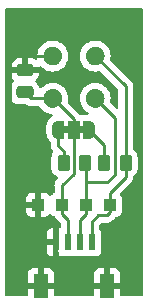
<source format=gbr>
G04 #@! TF.GenerationSoftware,KiCad,Pcbnew,(6.0.7)*
G04 #@! TF.CreationDate,2023-01-17T09:38:14-08:00*
G04 #@! TF.ProjectId,mlx90614-breakout,6d6c7839-3036-4313-942d-627265616b6f,rev?*
G04 #@! TF.SameCoordinates,Original*
G04 #@! TF.FileFunction,Copper,L1,Top*
G04 #@! TF.FilePolarity,Positive*
%FSLAX46Y46*%
G04 Gerber Fmt 4.6, Leading zero omitted, Abs format (unit mm)*
G04 Created by KiCad (PCBNEW (6.0.7)) date 2023-01-17 09:38:14*
%MOMM*%
%LPD*%
G01*
G04 APERTURE LIST*
G04 Aperture macros list*
%AMRoundRect*
0 Rectangle with rounded corners*
0 $1 Rounding radius*
0 $2 $3 $4 $5 $6 $7 $8 $9 X,Y pos of 4 corners*
0 Add a 4 corners polygon primitive as box body*
4,1,4,$2,$3,$4,$5,$6,$7,$8,$9,$2,$3,0*
0 Add four circle primitives for the rounded corners*
1,1,$1+$1,$2,$3*
1,1,$1+$1,$4,$5*
1,1,$1+$1,$6,$7*
1,1,$1+$1,$8,$9*
0 Add four rect primitives between the rounded corners*
20,1,$1+$1,$2,$3,$4,$5,0*
20,1,$1+$1,$4,$5,$6,$7,0*
20,1,$1+$1,$6,$7,$8,$9,0*
20,1,$1+$1,$8,$9,$2,$3,0*%
%AMFreePoly0*
4,1,22,0.550000,-0.750000,0.000000,-0.750000,0.000000,-0.745033,-0.079941,-0.743568,-0.215256,-0.701293,-0.333266,-0.622738,-0.424486,-0.514219,-0.481581,-0.384460,-0.499164,-0.250000,-0.500000,-0.250000,-0.500000,0.250000,-0.499164,0.250000,-0.499963,0.256109,-0.478152,0.396186,-0.417904,0.524511,-0.324060,0.630769,-0.204165,0.706417,-0.067858,0.745374,0.000000,0.744959,0.000000,0.750000,
0.550000,0.750000,0.550000,-0.750000,0.550000,-0.750000,$1*%
%AMFreePoly1*
4,1,20,0.000000,0.744959,0.073905,0.744508,0.209726,0.703889,0.328688,0.626782,0.421226,0.519385,0.479903,0.390333,0.500000,0.250000,0.500000,-0.250000,0.499851,-0.262216,0.476331,-0.402017,0.414519,-0.529596,0.319384,-0.634700,0.198574,-0.708877,0.061801,-0.746166,0.000000,-0.745033,0.000000,-0.750000,-0.550000,-0.750000,-0.550000,0.750000,0.000000,0.750000,0.000000,0.744959,
0.000000,0.744959,$1*%
G04 Aperture macros list end*
G04 #@! TA.AperFunction,EtchedComponent*
%ADD10C,1.600000*%
G04 #@! TD*
G04 #@! TA.AperFunction,SMDPad,CuDef*
%ADD11R,1.000000X1.000000*%
G04 #@! TD*
G04 #@! TA.AperFunction,SMDPad,CuDef*
%ADD12RoundRect,0.250000X-0.262500X-0.450000X0.262500X-0.450000X0.262500X0.450000X-0.262500X0.450000X0*%
G04 #@! TD*
G04 #@! TA.AperFunction,SMDPad,CuDef*
%ADD13FreePoly0,0.000000*%
G04 #@! TD*
G04 #@! TA.AperFunction,SMDPad,CuDef*
%ADD14R,1.000000X1.500000*%
G04 #@! TD*
G04 #@! TA.AperFunction,SMDPad,CuDef*
%ADD15FreePoly1,0.000000*%
G04 #@! TD*
G04 #@! TA.AperFunction,SMDPad,CuDef*
%ADD16R,0.600000X1.350000*%
G04 #@! TD*
G04 #@! TA.AperFunction,SMDPad,CuDef*
%ADD17R,1.200000X2.000000*%
G04 #@! TD*
G04 #@! TA.AperFunction,SMDPad,CuDef*
%ADD18RoundRect,0.250000X0.475000X-0.250000X0.475000X0.250000X-0.475000X0.250000X-0.475000X-0.250000X0*%
G04 #@! TD*
G04 #@! TA.AperFunction,ComponentPad*
%ADD19C,0.700000*%
G04 #@! TD*
G04 #@! TA.AperFunction,Conductor*
%ADD20C,0.250000*%
G04 #@! TD*
G04 APERTURE END LIST*
G36*
X110919999Y-69195001D02*
G01*
X110419999Y-69195001D01*
X110419999Y-68595001D01*
X110919999Y-68595001D01*
X110919999Y-69195001D01*
G37*
G36*
X111719999Y-69195001D02*
G01*
X111219999Y-69195001D01*
X111219999Y-68595001D01*
X111719999Y-68595001D01*
X111719999Y-69195001D01*
G37*
G36*
X110619999Y-69195001D02*
G01*
X110119999Y-69195001D01*
X110119999Y-68595001D01*
X110619999Y-68595001D01*
X110619999Y-69195001D01*
G37*
D10*
X109154048Y-66246052D02*
G75*
G03*
X109154048Y-66246052I-100J0D01*
G01*
X112746150Y-66246052D02*
G75*
G03*
X112746150Y-66246052I-100J0D01*
G01*
X109154048Y-62653950D02*
G75*
G03*
X109154048Y-62653950I-100J0D01*
G01*
X112746149Y-62653950D02*
G75*
G03*
X112746149Y-62653950I-99J0D01*
G01*
D11*
X113997999Y-75245001D03*
X107901999Y-75245001D03*
D12*
X113489999Y-71689001D03*
X115314999Y-71689001D03*
D13*
X109619999Y-68895001D03*
D14*
X110919999Y-68895001D03*
D15*
X112219999Y-68895001D03*
D16*
X109443999Y-78428001D03*
X110443999Y-78428001D03*
X111443999Y-78428001D03*
X112443999Y-78428001D03*
D17*
X113743999Y-82103001D03*
X108143999Y-82103001D03*
D11*
X109933999Y-75245001D03*
D12*
X110060999Y-71689001D03*
X111885999Y-71689001D03*
D18*
X106758997Y-65715002D03*
X106758997Y-63815002D03*
D11*
X111965999Y-75245001D03*
D19*
X112746050Y-62653950D03*
X112746050Y-66246052D03*
X109153948Y-66246052D03*
X109153948Y-62653950D03*
D20*
X110919999Y-72608001D02*
X109933999Y-73594001D01*
X107290047Y-66246052D02*
X109153948Y-66246052D01*
X106758997Y-65715002D02*
X107290047Y-66246052D01*
X109933999Y-73594001D02*
X109933999Y-76007001D01*
X109933999Y-76007001D02*
X110443999Y-76517001D01*
X110443999Y-76517001D02*
X110443999Y-78428001D01*
X109153948Y-66246052D02*
X110919999Y-68012103D01*
X110919999Y-68012103D02*
X110919999Y-72608001D01*
X114378999Y-67879001D02*
X112746050Y-66246052D01*
X111443999Y-76529001D02*
X111965999Y-76007001D01*
X113743999Y-73340001D02*
X114378999Y-72705001D01*
X111965999Y-73340001D02*
X113743999Y-73340001D01*
X111965999Y-71769001D02*
X111885999Y-71689001D01*
X111965999Y-73340001D02*
X111965999Y-71769001D01*
X111443999Y-78428001D02*
X111443999Y-76529001D01*
X111965999Y-76007001D02*
X111965999Y-73340001D01*
X114378999Y-72705001D02*
X114378999Y-67879001D01*
X115314999Y-65222899D02*
X112746050Y-62653950D01*
X112443999Y-76672001D02*
X112981999Y-76134001D01*
X113997999Y-74229001D02*
X115314999Y-72912001D01*
X112443999Y-78428001D02*
X112443999Y-76672001D01*
X112981999Y-76134001D02*
X113743999Y-76134001D01*
X115314999Y-72912001D02*
X115314999Y-65222899D01*
X113997999Y-75880001D02*
X113997999Y-74229001D01*
X113743999Y-76134001D02*
X113997999Y-75880001D01*
X107901999Y-75245001D02*
X106377999Y-75245001D01*
X108143999Y-78428001D02*
X109443999Y-78428001D01*
X107901999Y-78166001D02*
X107901999Y-75245001D01*
X106777050Y-63796949D02*
X106777050Y-62653950D01*
X108143999Y-82103001D02*
X108143999Y-78428001D01*
X106015050Y-62653950D02*
X106777050Y-62653950D01*
X106758997Y-63815002D02*
X106777050Y-63796949D01*
X108163999Y-78428001D02*
X107901999Y-78166001D01*
X113743999Y-82103001D02*
X108143999Y-82103001D01*
X109443999Y-78428001D02*
X108163999Y-78428001D01*
X106377999Y-75245001D02*
X105488999Y-74356001D01*
X105488999Y-63180001D02*
X106015050Y-62653950D01*
X105488999Y-74356001D02*
X105488999Y-63180001D01*
X106777050Y-62653950D02*
X109153948Y-62653950D01*
X110060999Y-71689001D02*
X110060999Y-70673001D01*
X109619999Y-70232001D02*
X110060999Y-70673001D01*
X109619999Y-68895001D02*
X109619999Y-70232001D01*
X113489999Y-70165001D02*
X113489999Y-71689001D01*
X112219999Y-68895001D02*
X113489999Y-70165001D01*
G04 #@! TA.AperFunction,Conductor*
G36*
X116733620Y-58628503D02*
G01*
X116780113Y-58682159D01*
X116791499Y-58734501D01*
X116791499Y-82865501D01*
X116771497Y-82933622D01*
X116717841Y-82980115D01*
X116665499Y-82991501D01*
X114977999Y-82991501D01*
X114909878Y-82971499D01*
X114863385Y-82917843D01*
X114851999Y-82865501D01*
X114851999Y-82375116D01*
X114847524Y-82359877D01*
X114846134Y-82358672D01*
X114838451Y-82357001D01*
X112654115Y-82357001D01*
X112638876Y-82361476D01*
X112637671Y-82362866D01*
X112636000Y-82370549D01*
X112636000Y-82865501D01*
X112615998Y-82933622D01*
X112562342Y-82980115D01*
X112510000Y-82991501D01*
X109377999Y-82991501D01*
X109309878Y-82971499D01*
X109263385Y-82917843D01*
X109251999Y-82865501D01*
X109251999Y-82375116D01*
X109247524Y-82359877D01*
X109246134Y-82358672D01*
X109238451Y-82357001D01*
X107054115Y-82357001D01*
X107038876Y-82361476D01*
X107037671Y-82362866D01*
X107036000Y-82370549D01*
X107036000Y-82865501D01*
X107015998Y-82933622D01*
X106962342Y-82980115D01*
X106910000Y-82991501D01*
X105234499Y-82991501D01*
X105166378Y-82971499D01*
X105119885Y-82917843D01*
X105108499Y-82865501D01*
X105108499Y-81830886D01*
X107035999Y-81830886D01*
X107040474Y-81846125D01*
X107041864Y-81847330D01*
X107049547Y-81849001D01*
X107871884Y-81849001D01*
X107887123Y-81844526D01*
X107888328Y-81843136D01*
X107889999Y-81835453D01*
X107889999Y-81830886D01*
X108397999Y-81830886D01*
X108402474Y-81846125D01*
X108403864Y-81847330D01*
X108411547Y-81849001D01*
X109233883Y-81849001D01*
X109249122Y-81844526D01*
X109250327Y-81843136D01*
X109251998Y-81835453D01*
X109251998Y-81830886D01*
X112635999Y-81830886D01*
X112640474Y-81846125D01*
X112641864Y-81847330D01*
X112649547Y-81849001D01*
X113471884Y-81849001D01*
X113487123Y-81844526D01*
X113488328Y-81843136D01*
X113489999Y-81835453D01*
X113489999Y-81830886D01*
X113997999Y-81830886D01*
X114002474Y-81846125D01*
X114003864Y-81847330D01*
X114011547Y-81849001D01*
X114833883Y-81849001D01*
X114849122Y-81844526D01*
X114850327Y-81843136D01*
X114851998Y-81835453D01*
X114851998Y-81058332D01*
X114851628Y-81051511D01*
X114846104Y-81000649D01*
X114842478Y-80985397D01*
X114797323Y-80864947D01*
X114788785Y-80849352D01*
X114712284Y-80747277D01*
X114699723Y-80734716D01*
X114597648Y-80658215D01*
X114582053Y-80649677D01*
X114461605Y-80604523D01*
X114446350Y-80600896D01*
X114395485Y-80595370D01*
X114388671Y-80595001D01*
X114016114Y-80595001D01*
X114000875Y-80599476D01*
X113999670Y-80600866D01*
X113997999Y-80608549D01*
X113997999Y-81830886D01*
X113489999Y-81830886D01*
X113489999Y-80613117D01*
X113485524Y-80597878D01*
X113484134Y-80596673D01*
X113476451Y-80595002D01*
X113099330Y-80595002D01*
X113092509Y-80595372D01*
X113041647Y-80600896D01*
X113026395Y-80604522D01*
X112905945Y-80649677D01*
X112890350Y-80658215D01*
X112788275Y-80734716D01*
X112775714Y-80747277D01*
X112699213Y-80849352D01*
X112690675Y-80864947D01*
X112645521Y-80985395D01*
X112641894Y-81000650D01*
X112636368Y-81051515D01*
X112635999Y-81058329D01*
X112635999Y-81830886D01*
X109251998Y-81830886D01*
X109251998Y-81058332D01*
X109251628Y-81051511D01*
X109246104Y-81000649D01*
X109242478Y-80985397D01*
X109197323Y-80864947D01*
X109188785Y-80849352D01*
X109112284Y-80747277D01*
X109099723Y-80734716D01*
X108997648Y-80658215D01*
X108982053Y-80649677D01*
X108861605Y-80604523D01*
X108846350Y-80600896D01*
X108795485Y-80595370D01*
X108788671Y-80595001D01*
X108416114Y-80595001D01*
X108400875Y-80599476D01*
X108399670Y-80600866D01*
X108397999Y-80608549D01*
X108397999Y-81830886D01*
X107889999Y-81830886D01*
X107889999Y-80613117D01*
X107885524Y-80597878D01*
X107884134Y-80596673D01*
X107876451Y-80595002D01*
X107499330Y-80595002D01*
X107492509Y-80595372D01*
X107441647Y-80600896D01*
X107426395Y-80604522D01*
X107305945Y-80649677D01*
X107290350Y-80658215D01*
X107188275Y-80734716D01*
X107175714Y-80747277D01*
X107099213Y-80849352D01*
X107090675Y-80864947D01*
X107045521Y-80985395D01*
X107041894Y-81000650D01*
X107036368Y-81051515D01*
X107035999Y-81058329D01*
X107035999Y-81830886D01*
X105108499Y-81830886D01*
X105108499Y-79147670D01*
X108636000Y-79147670D01*
X108636370Y-79154491D01*
X108641894Y-79205353D01*
X108645520Y-79220605D01*
X108690675Y-79341055D01*
X108699213Y-79356650D01*
X108775714Y-79458725D01*
X108788275Y-79471286D01*
X108890350Y-79547787D01*
X108905945Y-79556325D01*
X109026393Y-79601479D01*
X109041648Y-79605106D01*
X109092513Y-79610632D01*
X109099327Y-79611001D01*
X109171884Y-79611001D01*
X109187123Y-79606526D01*
X109188328Y-79605136D01*
X109189999Y-79597453D01*
X109189999Y-78700116D01*
X109185524Y-78684877D01*
X109184134Y-78683672D01*
X109176451Y-78682001D01*
X108654115Y-78682001D01*
X108638876Y-78686476D01*
X108637671Y-78687866D01*
X108636000Y-78695549D01*
X108636000Y-79147670D01*
X105108499Y-79147670D01*
X105108499Y-78155886D01*
X108635999Y-78155886D01*
X108640474Y-78171125D01*
X108641864Y-78172330D01*
X108649547Y-78174001D01*
X109171884Y-78174001D01*
X109187123Y-78169526D01*
X109188328Y-78168136D01*
X109189999Y-78160453D01*
X109189999Y-77263117D01*
X109185524Y-77247878D01*
X109184134Y-77246673D01*
X109176451Y-77245002D01*
X109099330Y-77245002D01*
X109092509Y-77245372D01*
X109041647Y-77250896D01*
X109026395Y-77254522D01*
X108905945Y-77299677D01*
X108890350Y-77308215D01*
X108788275Y-77384716D01*
X108775714Y-77397277D01*
X108699213Y-77499352D01*
X108690675Y-77514947D01*
X108645521Y-77635395D01*
X108641894Y-77650650D01*
X108636368Y-77701515D01*
X108635999Y-77708329D01*
X108635999Y-78155886D01*
X105108499Y-78155886D01*
X105108499Y-75789670D01*
X106894000Y-75789670D01*
X106894370Y-75796491D01*
X106899894Y-75847353D01*
X106903520Y-75862605D01*
X106948675Y-75983055D01*
X106957213Y-75998650D01*
X107033714Y-76100725D01*
X107046275Y-76113286D01*
X107148350Y-76189787D01*
X107163945Y-76198325D01*
X107284393Y-76243479D01*
X107299648Y-76247106D01*
X107350513Y-76252632D01*
X107357327Y-76253001D01*
X107629884Y-76253001D01*
X107645123Y-76248526D01*
X107646328Y-76247136D01*
X107647999Y-76239453D01*
X107647999Y-75517116D01*
X107643524Y-75501877D01*
X107642134Y-75500672D01*
X107634451Y-75499001D01*
X106912115Y-75499001D01*
X106896876Y-75503476D01*
X106895671Y-75504866D01*
X106894000Y-75512549D01*
X106894000Y-75789670D01*
X105108499Y-75789670D01*
X105108499Y-74972886D01*
X106893999Y-74972886D01*
X106898474Y-74988125D01*
X106899864Y-74989330D01*
X106907547Y-74991001D01*
X107629884Y-74991001D01*
X107645123Y-74986526D01*
X107646328Y-74985136D01*
X107647999Y-74977453D01*
X107647999Y-74255117D01*
X107643524Y-74239878D01*
X107642134Y-74238673D01*
X107634451Y-74237002D01*
X107357330Y-74237002D01*
X107350509Y-74237372D01*
X107299647Y-74242896D01*
X107284395Y-74246522D01*
X107163945Y-74291677D01*
X107148350Y-74300215D01*
X107046275Y-74376716D01*
X107033714Y-74389277D01*
X106957213Y-74491352D01*
X106948675Y-74506947D01*
X106903521Y-74627395D01*
X106899894Y-74642650D01*
X106894368Y-74693515D01*
X106893999Y-74700329D01*
X106893999Y-74972886D01*
X105108499Y-74972886D01*
X105108499Y-66015402D01*
X105525497Y-66015402D01*
X105536471Y-66121168D01*
X105592447Y-66288948D01*
X105685519Y-66439350D01*
X105810694Y-66564307D01*
X105816924Y-66568147D01*
X105816925Y-66568148D01*
X105881483Y-66607942D01*
X105961259Y-66657117D01*
X106041002Y-66683566D01*
X106122608Y-66710634D01*
X106122610Y-66710634D01*
X106129136Y-66712799D01*
X106135972Y-66713499D01*
X106135975Y-66713500D01*
X106179028Y-66717911D01*
X106233597Y-66723502D01*
X106823163Y-66723502D01*
X106891284Y-66743504D01*
X106907566Y-66756207D01*
X106908944Y-66757208D01*
X106914726Y-66762638D01*
X106921672Y-66766457D01*
X106921675Y-66766459D01*
X106932481Y-66772400D01*
X106949000Y-66783251D01*
X106965006Y-66795666D01*
X106972275Y-66798811D01*
X106972279Y-66798814D01*
X107005584Y-66813226D01*
X107016234Y-66818443D01*
X107054987Y-66839747D01*
X107062662Y-66841718D01*
X107062663Y-66841718D01*
X107074609Y-66844785D01*
X107093314Y-66851189D01*
X107111902Y-66859233D01*
X107119725Y-66860472D01*
X107119735Y-66860475D01*
X107155571Y-66866151D01*
X107167191Y-66868557D01*
X107202336Y-66877580D01*
X107210017Y-66879552D01*
X107230271Y-66879552D01*
X107249981Y-66881103D01*
X107269990Y-66884272D01*
X107277882Y-66883526D01*
X107314008Y-66880111D01*
X107325866Y-66879552D01*
X107934432Y-66879552D01*
X108002553Y-66899554D01*
X108037645Y-66933281D01*
X108147673Y-67090417D01*
X108309583Y-67252327D01*
X108497148Y-67383662D01*
X108502130Y-67385985D01*
X108502135Y-67385988D01*
X108699689Y-67478108D01*
X108704671Y-67480431D01*
X108709979Y-67481853D01*
X108709981Y-67481854D01*
X108920529Y-67538270D01*
X108920531Y-67538270D01*
X108925844Y-67539694D01*
X108931330Y-67540174D01*
X108931336Y-67540175D01*
X109033042Y-67549074D01*
X109099160Y-67574937D01*
X109140800Y-67632441D01*
X109144740Y-67703328D01*
X109109730Y-67765092D01*
X109089297Y-67781154D01*
X109018473Y-67825841D01*
X108907547Y-67920247D01*
X108812739Y-68027598D01*
X108810284Y-68031335D01*
X108810282Y-68031338D01*
X108762224Y-68104500D01*
X108732773Y-68149335D01*
X108730868Y-68153392D01*
X108730866Y-68153396D01*
X108724567Y-68166812D01*
X108671904Y-68278980D01*
X108629316Y-68418278D01*
X108607282Y-68559796D01*
X108607227Y-68564263D01*
X108607227Y-68564268D01*
X108607101Y-68574593D01*
X108605502Y-68705439D01*
X108606062Y-68709724D01*
X108606270Y-68716761D01*
X108606270Y-69106048D01*
X108606272Y-69106048D01*
X108606681Y-69109015D01*
X108605503Y-69205439D01*
X108624073Y-69347453D01*
X108663244Y-69487749D01*
X108720927Y-69618842D01*
X108797896Y-69742497D01*
X108890053Y-69852132D01*
X108893395Y-69855120D01*
X108944482Y-69900797D01*
X108981932Y-69961113D01*
X108986499Y-69994727D01*
X108986499Y-70153234D01*
X108985972Y-70164417D01*
X108984297Y-70171910D01*
X108984546Y-70179836D01*
X108984546Y-70179837D01*
X108986437Y-70239987D01*
X108986499Y-70243946D01*
X108986499Y-70271857D01*
X108986996Y-70275791D01*
X108986996Y-70275792D01*
X108987004Y-70275857D01*
X108987937Y-70287694D01*
X108989326Y-70331890D01*
X108994977Y-70351340D01*
X108998986Y-70370701D01*
X109001525Y-70390798D01*
X109004444Y-70398169D01*
X109004444Y-70398171D01*
X109017803Y-70431913D01*
X109021648Y-70443143D01*
X109033981Y-70485594D01*
X109038014Y-70492413D01*
X109038016Y-70492418D01*
X109044292Y-70503029D01*
X109052987Y-70520777D01*
X109060447Y-70539618D01*
X109065109Y-70546034D01*
X109065109Y-70546035D01*
X109086435Y-70575388D01*
X109092951Y-70585308D01*
X109109652Y-70613547D01*
X109115457Y-70623363D01*
X109129778Y-70637684D01*
X109142618Y-70652717D01*
X109153073Y-70667106D01*
X109153073Y-70667107D01*
X109154527Y-70669108D01*
X109154204Y-70669343D01*
X109184025Y-70728297D01*
X109176732Y-70798918D01*
X109167382Y-70817306D01*
X109106384Y-70916263D01*
X109050702Y-71084140D01*
X109039999Y-71188601D01*
X109039999Y-72189401D01*
X109050973Y-72295167D01*
X109106949Y-72462947D01*
X109200021Y-72613349D01*
X109325196Y-72738306D01*
X109331426Y-72742146D01*
X109331427Y-72742147D01*
X109367676Y-72764491D01*
X109475761Y-72831116D01*
X109526151Y-72847829D01*
X109584510Y-72888259D01*
X109611747Y-72953823D01*
X109599214Y-73023705D01*
X109575578Y-73056517D01*
X109541746Y-73090349D01*
X109533460Y-73097889D01*
X109526981Y-73102001D01*
X109521556Y-73107778D01*
X109480356Y-73151652D01*
X109477601Y-73154494D01*
X109457864Y-73174231D01*
X109455384Y-73177428D01*
X109447681Y-73186448D01*
X109417413Y-73218680D01*
X109413594Y-73225626D01*
X109413592Y-73225629D01*
X109407651Y-73236435D01*
X109396800Y-73252954D01*
X109384385Y-73268960D01*
X109381240Y-73276229D01*
X109381237Y-73276233D01*
X109366825Y-73309538D01*
X109361608Y-73320188D01*
X109340304Y-73358941D01*
X109338333Y-73366616D01*
X109338333Y-73366617D01*
X109335266Y-73378563D01*
X109328862Y-73397267D01*
X109320818Y-73415856D01*
X109319579Y-73423679D01*
X109319576Y-73423689D01*
X109313900Y-73459525D01*
X109311494Y-73471145D01*
X109300499Y-73513971D01*
X109300499Y-73534225D01*
X109298948Y-73553935D01*
X109295779Y-73573944D01*
X109296525Y-73581836D01*
X109299940Y-73617962D01*
X109300499Y-73629820D01*
X109300499Y-74164619D01*
X109280497Y-74232740D01*
X109226841Y-74279233D01*
X109218730Y-74282600D01*
X109195706Y-74291232D01*
X109195703Y-74291233D01*
X109187294Y-74294386D01*
X109070738Y-74381740D01*
X109018826Y-74451007D01*
X109018513Y-74451424D01*
X108961654Y-74493939D01*
X108890836Y-74498965D01*
X108828542Y-74464905D01*
X108816861Y-74451424D01*
X108770285Y-74389278D01*
X108757723Y-74376716D01*
X108655648Y-74300215D01*
X108640053Y-74291677D01*
X108519605Y-74246523D01*
X108504350Y-74242896D01*
X108453485Y-74237370D01*
X108446671Y-74237001D01*
X108174114Y-74237001D01*
X108158875Y-74241476D01*
X108157670Y-74242866D01*
X108155999Y-74250549D01*
X108155999Y-76234885D01*
X108160474Y-76250124D01*
X108161864Y-76251329D01*
X108169547Y-76253000D01*
X108446668Y-76253000D01*
X108453489Y-76252630D01*
X108504351Y-76247106D01*
X108519603Y-76243480D01*
X108640053Y-76198325D01*
X108655648Y-76189787D01*
X108757723Y-76113286D01*
X108770285Y-76100724D01*
X108816861Y-76038578D01*
X108873720Y-75996063D01*
X108944539Y-75991037D01*
X109006832Y-76025097D01*
X109018511Y-76038575D01*
X109070738Y-76108262D01*
X109187294Y-76195616D01*
X109195703Y-76198768D01*
X109195704Y-76198769D01*
X109299395Y-76237641D01*
X109356160Y-76280282D01*
X109367420Y-76300462D01*
X109367712Y-76300302D01*
X109371526Y-76307241D01*
X109374447Y-76314618D01*
X109379109Y-76321034D01*
X109379109Y-76321035D01*
X109400435Y-76350388D01*
X109406951Y-76360308D01*
X109416036Y-76375669D01*
X109429457Y-76398363D01*
X109443778Y-76412684D01*
X109456618Y-76427717D01*
X109468527Y-76444108D01*
X109500412Y-76470485D01*
X109502592Y-76472289D01*
X109511373Y-76480279D01*
X109773595Y-76742502D01*
X109807620Y-76804814D01*
X109810499Y-76831597D01*
X109810499Y-77122965D01*
X109790497Y-77191086D01*
X109736841Y-77237579D01*
X109719997Y-77243861D01*
X109700875Y-77249476D01*
X109699670Y-77250866D01*
X109697999Y-77258549D01*
X109697999Y-77471143D01*
X109689981Y-77515372D01*
X109645028Y-77635283D01*
X109645026Y-77635289D01*
X109642254Y-77642685D01*
X109635499Y-77704867D01*
X109635499Y-79151135D01*
X109642254Y-79213317D01*
X109645026Y-79220713D01*
X109645028Y-79220719D01*
X109689981Y-79340630D01*
X109697999Y-79384859D01*
X109697999Y-79592885D01*
X109702474Y-79608124D01*
X109703864Y-79609329D01*
X109711547Y-79611000D01*
X109788668Y-79611000D01*
X109795489Y-79610630D01*
X109846351Y-79605106D01*
X109861603Y-79601480D01*
X109899057Y-79587439D01*
X109969864Y-79582256D01*
X109987515Y-79587439D01*
X110033683Y-79604746D01*
X110095865Y-79611501D01*
X110792133Y-79611501D01*
X110796745Y-79611000D01*
X110846465Y-79605599D01*
X110846467Y-79605599D01*
X110854315Y-79604746D01*
X110861708Y-79601974D01*
X110861710Y-79601974D01*
X110899770Y-79587706D01*
X110970577Y-79582523D01*
X110988228Y-79587706D01*
X111026288Y-79601974D01*
X111026290Y-79601974D01*
X111033683Y-79604746D01*
X111041531Y-79605599D01*
X111041533Y-79605599D01*
X111091253Y-79611000D01*
X111095865Y-79611501D01*
X111792133Y-79611501D01*
X111796745Y-79611000D01*
X111846465Y-79605599D01*
X111846467Y-79605599D01*
X111854315Y-79604746D01*
X111861708Y-79601974D01*
X111861710Y-79601974D01*
X111899770Y-79587706D01*
X111970577Y-79582523D01*
X111988228Y-79587706D01*
X112026288Y-79601974D01*
X112026290Y-79601974D01*
X112033683Y-79604746D01*
X112041531Y-79605599D01*
X112041533Y-79605599D01*
X112091253Y-79611000D01*
X112095865Y-79611501D01*
X112792133Y-79611501D01*
X112854315Y-79604746D01*
X112990704Y-79553616D01*
X113107260Y-79466262D01*
X113194614Y-79349706D01*
X113245744Y-79213317D01*
X113252499Y-79151135D01*
X113252499Y-77704867D01*
X113245744Y-77642685D01*
X113194614Y-77506296D01*
X113107260Y-77389740D01*
X113108864Y-77388538D01*
X113080378Y-77336371D01*
X113077499Y-77309588D01*
X113077499Y-76986596D01*
X113097501Y-76918475D01*
X113114404Y-76897500D01*
X113207500Y-76804405D01*
X113269812Y-76770380D01*
X113296595Y-76767501D01*
X113665232Y-76767501D01*
X113676415Y-76768028D01*
X113683908Y-76769703D01*
X113691834Y-76769454D01*
X113691835Y-76769454D01*
X113751985Y-76767563D01*
X113755944Y-76767501D01*
X113783855Y-76767501D01*
X113787790Y-76767004D01*
X113787855Y-76766996D01*
X113799692Y-76766063D01*
X113831950Y-76765049D01*
X113835969Y-76764923D01*
X113843888Y-76764674D01*
X113863342Y-76759022D01*
X113882699Y-76755014D01*
X113894929Y-76753469D01*
X113894930Y-76753469D01*
X113902796Y-76752475D01*
X113910167Y-76749556D01*
X113910169Y-76749556D01*
X113943911Y-76736197D01*
X113955141Y-76732352D01*
X113989982Y-76722230D01*
X113989983Y-76722230D01*
X113997592Y-76720019D01*
X114004411Y-76715986D01*
X114004416Y-76715984D01*
X114015027Y-76709708D01*
X114032775Y-76701013D01*
X114051616Y-76693553D01*
X114087386Y-76667565D01*
X114097306Y-76661049D01*
X114128534Y-76642581D01*
X114128537Y-76642579D01*
X114135361Y-76638543D01*
X114149682Y-76624222D01*
X114164716Y-76611381D01*
X114174693Y-76604132D01*
X114181106Y-76599473D01*
X114209297Y-76565396D01*
X114217287Y-76556617D01*
X114390246Y-76383658D01*
X114398536Y-76376114D01*
X114405017Y-76372001D01*
X114451658Y-76322333D01*
X114454412Y-76319492D01*
X114474133Y-76299771D01*
X114476561Y-76296640D01*
X114478934Y-76293949D01*
X114538987Y-76256079D01*
X114559840Y-76252012D01*
X114600458Y-76247600D01*
X114600462Y-76247599D01*
X114608315Y-76246746D01*
X114744704Y-76195616D01*
X114861260Y-76108262D01*
X114948614Y-75991706D01*
X114999744Y-75855317D01*
X115006499Y-75793135D01*
X115006499Y-74696867D01*
X114999744Y-74634685D01*
X114948614Y-74498296D01*
X114875323Y-74400505D01*
X114850477Y-74334002D01*
X114865530Y-74264620D01*
X114887056Y-74235848D01*
X115707246Y-73415658D01*
X115715536Y-73408114D01*
X115722017Y-73404001D01*
X115768658Y-73354333D01*
X115771412Y-73351492D01*
X115791133Y-73331771D01*
X115793611Y-73328576D01*
X115801317Y-73319554D01*
X115810723Y-73309538D01*
X115831585Y-73287322D01*
X115841345Y-73269569D01*
X115852198Y-73253046D01*
X115853355Y-73251554D01*
X115864612Y-73237042D01*
X115882175Y-73196458D01*
X115887382Y-73185828D01*
X115908694Y-73147061D01*
X115910665Y-73139384D01*
X115910667Y-73139379D01*
X115913731Y-73127443D01*
X115920137Y-73108731D01*
X115920550Y-73107778D01*
X115928180Y-73090146D01*
X115929420Y-73082318D01*
X115929422Y-73082311D01*
X115935098Y-73046477D01*
X115937504Y-73034857D01*
X115946527Y-72999712D01*
X115946527Y-72999711D01*
X115948499Y-72992031D01*
X115948499Y-72971777D01*
X115950050Y-72952066D01*
X115951979Y-72939887D01*
X115953219Y-72932058D01*
X115949058Y-72888039D01*
X115948499Y-72876182D01*
X115948499Y-72871635D01*
X115968501Y-72803514D01*
X116008196Y-72764491D01*
X116045619Y-72741333D01*
X116051847Y-72737479D01*
X116176804Y-72612304D01*
X116269614Y-72461739D01*
X116325296Y-72293862D01*
X116335999Y-72189401D01*
X116335999Y-71188601D01*
X116325025Y-71082835D01*
X116269049Y-70915055D01*
X116175977Y-70764653D01*
X116050802Y-70639696D01*
X116044568Y-70635853D01*
X116008382Y-70613547D01*
X115960889Y-70560775D01*
X115948499Y-70506288D01*
X115948499Y-65301667D01*
X115949026Y-65290484D01*
X115950701Y-65282991D01*
X115948561Y-65214900D01*
X115948499Y-65210943D01*
X115948499Y-65183043D01*
X115947995Y-65179052D01*
X115947062Y-65167210D01*
X115946497Y-65149211D01*
X115945673Y-65123010D01*
X115940020Y-65103551D01*
X115936011Y-65084192D01*
X115935845Y-65082882D01*
X115933473Y-65064102D01*
X115930557Y-65056736D01*
X115930555Y-65056730D01*
X115917199Y-65022997D01*
X115913354Y-65011767D01*
X115903229Y-64976916D01*
X115903229Y-64976915D01*
X115901018Y-64969306D01*
X115890704Y-64951865D01*
X115882007Y-64934112D01*
X115877471Y-64922657D01*
X115874551Y-64915282D01*
X115848562Y-64879511D01*
X115842046Y-64869591D01*
X115839743Y-64865697D01*
X115819541Y-64831537D01*
X115805220Y-64817216D01*
X115792379Y-64802182D01*
X115785130Y-64792205D01*
X115780471Y-64785792D01*
X115746394Y-64757601D01*
X115737615Y-64749611D01*
X114055284Y-63067279D01*
X114021258Y-63004967D01*
X114022672Y-62945574D01*
X114038266Y-62887373D01*
X114038267Y-62887369D01*
X114039691Y-62882054D01*
X114059648Y-62653950D01*
X114039691Y-62425846D01*
X113980428Y-62204673D01*
X113978105Y-62199691D01*
X113885985Y-62002138D01*
X113885982Y-62002133D01*
X113883659Y-61997151D01*
X113752324Y-61809585D01*
X113590415Y-61647676D01*
X113585907Y-61644519D01*
X113585904Y-61644517D01*
X113407358Y-61519498D01*
X113407356Y-61519497D01*
X113402849Y-61516341D01*
X113397867Y-61514018D01*
X113397862Y-61514015D01*
X113200309Y-61421895D01*
X113200308Y-61421894D01*
X113195327Y-61419572D01*
X113190019Y-61418150D01*
X113190017Y-61418149D01*
X112979469Y-61361733D01*
X112979467Y-61361733D01*
X112974154Y-61360309D01*
X112746050Y-61340352D01*
X112517946Y-61360309D01*
X112512633Y-61361733D01*
X112512631Y-61361733D01*
X112302083Y-61418149D01*
X112302081Y-61418150D01*
X112296773Y-61419572D01*
X112291792Y-61421894D01*
X112291791Y-61421895D01*
X112094238Y-61514015D01*
X112094233Y-61514018D01*
X112089251Y-61516341D01*
X112084744Y-61519497D01*
X112084742Y-61519498D01*
X111906196Y-61644517D01*
X111906193Y-61644519D01*
X111901685Y-61647676D01*
X111739776Y-61809585D01*
X111608441Y-61997151D01*
X111606118Y-62002133D01*
X111606115Y-62002138D01*
X111513995Y-62199691D01*
X111511672Y-62204673D01*
X111452409Y-62425846D01*
X111432452Y-62653950D01*
X111452409Y-62882054D01*
X111453833Y-62887367D01*
X111453833Y-62887369D01*
X111488257Y-63015839D01*
X111511672Y-63103227D01*
X111513994Y-63108208D01*
X111513995Y-63108209D01*
X111606115Y-63305762D01*
X111606118Y-63305767D01*
X111608441Y-63310749D01*
X111739776Y-63498315D01*
X111901685Y-63660224D01*
X111906193Y-63663381D01*
X111906196Y-63663383D01*
X112084742Y-63788402D01*
X112089251Y-63791559D01*
X112094233Y-63793882D01*
X112094238Y-63793885D01*
X112291791Y-63886005D01*
X112296773Y-63888328D01*
X112302081Y-63889750D01*
X112302083Y-63889751D01*
X112512631Y-63946167D01*
X112512633Y-63946167D01*
X112517946Y-63947591D01*
X112746050Y-63967548D01*
X112974154Y-63947591D01*
X112979465Y-63946168D01*
X112979476Y-63946166D01*
X113037672Y-63930572D01*
X113108649Y-63932261D01*
X113159379Y-63963183D01*
X114644594Y-65448398D01*
X114678620Y-65510710D01*
X114681499Y-65537493D01*
X114681499Y-66981407D01*
X114661497Y-67049528D01*
X114607841Y-67096021D01*
X114537567Y-67106125D01*
X114472987Y-67076631D01*
X114466404Y-67070502D01*
X114055284Y-66659382D01*
X114021258Y-66597070D01*
X114022672Y-66537676D01*
X114038268Y-66479471D01*
X114038268Y-66479469D01*
X114039692Y-66474156D01*
X114059649Y-66246052D01*
X114039692Y-66017948D01*
X113980429Y-65796775D01*
X113978106Y-65791793D01*
X113885986Y-65594240D01*
X113885983Y-65594235D01*
X113883660Y-65589253D01*
X113880503Y-65584744D01*
X113755484Y-65406198D01*
X113755482Y-65406195D01*
X113752325Y-65401687D01*
X113590415Y-65239777D01*
X113402850Y-65108442D01*
X113397868Y-65106119D01*
X113397863Y-65106116D01*
X113200309Y-65013996D01*
X113200308Y-65013996D01*
X113195327Y-65011673D01*
X113190019Y-65010251D01*
X113190017Y-65010250D01*
X112979469Y-64953834D01*
X112979467Y-64953834D01*
X112974154Y-64952410D01*
X112746050Y-64932453D01*
X112517946Y-64952410D01*
X112512633Y-64953834D01*
X112512631Y-64953834D01*
X112302083Y-65010250D01*
X112302081Y-65010251D01*
X112296773Y-65011673D01*
X112291792Y-65013995D01*
X112291791Y-65013996D01*
X112094238Y-65106116D01*
X112094233Y-65106119D01*
X112089251Y-65108442D01*
X112084744Y-65111598D01*
X112084742Y-65111599D01*
X111906196Y-65236618D01*
X111906193Y-65236620D01*
X111901685Y-65239777D01*
X111739775Y-65401687D01*
X111736618Y-65406195D01*
X111736616Y-65406198D01*
X111611597Y-65584744D01*
X111608440Y-65589253D01*
X111606117Y-65594235D01*
X111606114Y-65594240D01*
X111513994Y-65791793D01*
X111511671Y-65796775D01*
X111452408Y-66017948D01*
X111432451Y-66246052D01*
X111452408Y-66474156D01*
X111453832Y-66479469D01*
X111453832Y-66479471D01*
X111502050Y-66659421D01*
X111511671Y-66695329D01*
X111513993Y-66700310D01*
X111513994Y-66700311D01*
X111606114Y-66897864D01*
X111606117Y-66897869D01*
X111608440Y-66902851D01*
X111739775Y-67090417D01*
X111901685Y-67252327D01*
X112089250Y-67383662D01*
X112094235Y-67385987D01*
X112094241Y-67385990D01*
X112105151Y-67391077D01*
X112158436Y-67437993D01*
X112177898Y-67506270D01*
X112157357Y-67574230D01*
X112103335Y-67620297D01*
X112051902Y-67631272D01*
X111669999Y-67631272D01*
X111664169Y-67631689D01*
X111603624Y-67636019D01*
X111603622Y-67636019D01*
X111596888Y-67636501D01*
X111587010Y-67639401D01*
X111584576Y-67640116D01*
X111530503Y-67641527D01*
X111530315Y-67643256D01*
X111482412Y-67638052D01*
X111416850Y-67610810D01*
X111394086Y-67586853D01*
X111390131Y-67581410D01*
X111385471Y-67574996D01*
X111351405Y-67546814D01*
X111342626Y-67538825D01*
X110463182Y-66659381D01*
X110429156Y-66597069D01*
X110430571Y-66537674D01*
X110446165Y-66479478D01*
X110446167Y-66479467D01*
X110447590Y-66474156D01*
X110467547Y-66246052D01*
X110447590Y-66017948D01*
X110388327Y-65796775D01*
X110386004Y-65791793D01*
X110293884Y-65594240D01*
X110293881Y-65594235D01*
X110291558Y-65589253D01*
X110288401Y-65584744D01*
X110163382Y-65406198D01*
X110163380Y-65406195D01*
X110160223Y-65401687D01*
X109998313Y-65239777D01*
X109810748Y-65108442D01*
X109805766Y-65106119D01*
X109805761Y-65106116D01*
X109608207Y-65013996D01*
X109608206Y-65013996D01*
X109603225Y-65011673D01*
X109597917Y-65010251D01*
X109597915Y-65010250D01*
X109387367Y-64953834D01*
X109387365Y-64953834D01*
X109382052Y-64952410D01*
X109153948Y-64932453D01*
X108925844Y-64952410D01*
X108920531Y-64953834D01*
X108920529Y-64953834D01*
X108709981Y-65010250D01*
X108709979Y-65010251D01*
X108704671Y-65011673D01*
X108699690Y-65013995D01*
X108699689Y-65013996D01*
X108502136Y-65106116D01*
X108502131Y-65106119D01*
X108497149Y-65108442D01*
X108492642Y-65111598D01*
X108492640Y-65111599D01*
X108314094Y-65236618D01*
X108314091Y-65236620D01*
X108309583Y-65239777D01*
X108190349Y-65359011D01*
X108128037Y-65393037D01*
X108057222Y-65387972D01*
X108000386Y-65345425D01*
X107983410Y-65308206D01*
X107981523Y-65308836D01*
X107927865Y-65148004D01*
X107925547Y-65141056D01*
X107832475Y-64990654D01*
X107707300Y-64865697D01*
X107702762Y-64862900D01*
X107662173Y-64805649D01*
X107658943Y-64734726D01*
X107694569Y-64673315D01*
X107703065Y-64665940D01*
X107713204Y-64657904D01*
X107827736Y-64543173D01*
X107836748Y-64531762D01*
X107921813Y-64393759D01*
X107927960Y-64380578D01*
X107979135Y-64226292D01*
X107982002Y-64212916D01*
X107991669Y-64118564D01*
X107991997Y-64112148D01*
X107991997Y-64087117D01*
X107987522Y-64071878D01*
X107986132Y-64070673D01*
X107978449Y-64069002D01*
X105544113Y-64069002D01*
X105528874Y-64073477D01*
X105527669Y-64074867D01*
X105525998Y-64082550D01*
X105525998Y-64112097D01*
X105526335Y-64118616D01*
X105536254Y-64214208D01*
X105539146Y-64227602D01*
X105590585Y-64381786D01*
X105596758Y-64394964D01*
X105682060Y-64532809D01*
X105691096Y-64544210D01*
X105805825Y-64658740D01*
X105814759Y-64665796D01*
X105855820Y-64723714D01*
X105859050Y-64794637D01*
X105823423Y-64856048D01*
X105815590Y-64862848D01*
X105809649Y-64866524D01*
X105684692Y-64991699D01*
X105680852Y-64997929D01*
X105680851Y-64997930D01*
X105665400Y-65022997D01*
X105591882Y-65142264D01*
X105589578Y-65149211D01*
X105539011Y-65301667D01*
X105536200Y-65310141D01*
X105525497Y-65414602D01*
X105525497Y-66015402D01*
X105108499Y-66015402D01*
X105108499Y-63542887D01*
X105525997Y-63542887D01*
X105530472Y-63558126D01*
X105531862Y-63559331D01*
X105539545Y-63561002D01*
X106486882Y-63561002D01*
X106502121Y-63556527D01*
X106503326Y-63555137D01*
X106504997Y-63547454D01*
X106504997Y-63542887D01*
X107012997Y-63542887D01*
X107017472Y-63558126D01*
X107018862Y-63559331D01*
X107026545Y-63561002D01*
X107973881Y-63561002D01*
X107989119Y-63556528D01*
X108001126Y-63542671D01*
X108060852Y-63504287D01*
X108131848Y-63504287D01*
X108185446Y-63536088D01*
X108309583Y-63660225D01*
X108497148Y-63791560D01*
X108502130Y-63793883D01*
X108502135Y-63793886D01*
X108699687Y-63886005D01*
X108704671Y-63888329D01*
X108709979Y-63889751D01*
X108709981Y-63889752D01*
X108920529Y-63946168D01*
X108920531Y-63946168D01*
X108925844Y-63947592D01*
X109153948Y-63967549D01*
X109382052Y-63947592D01*
X109387365Y-63946168D01*
X109387367Y-63946168D01*
X109597915Y-63889752D01*
X109597917Y-63889751D01*
X109603225Y-63888329D01*
X109608209Y-63886005D01*
X109805761Y-63793886D01*
X109805766Y-63793883D01*
X109810748Y-63791560D01*
X109998313Y-63660225D01*
X110160223Y-63498315D01*
X110291558Y-63310749D01*
X110293881Y-63305767D01*
X110293884Y-63305762D01*
X110386004Y-63108209D01*
X110386005Y-63108208D01*
X110388327Y-63103227D01*
X110411743Y-63015839D01*
X110446166Y-62887369D01*
X110446166Y-62887367D01*
X110447590Y-62882054D01*
X110467547Y-62653950D01*
X110447590Y-62425846D01*
X110388327Y-62204673D01*
X110386004Y-62199691D01*
X110293884Y-62002138D01*
X110293881Y-62002133D01*
X110291558Y-61997151D01*
X110160223Y-61809585D01*
X109998313Y-61647675D01*
X109810748Y-61516340D01*
X109805766Y-61514017D01*
X109805761Y-61514014D01*
X109608207Y-61421894D01*
X109608206Y-61421894D01*
X109603225Y-61419571D01*
X109597917Y-61418149D01*
X109597915Y-61418148D01*
X109387367Y-61361732D01*
X109387365Y-61361732D01*
X109382052Y-61360308D01*
X109153948Y-61340351D01*
X108925844Y-61360308D01*
X108920531Y-61361732D01*
X108920529Y-61361732D01*
X108709981Y-61418148D01*
X108709979Y-61418149D01*
X108704671Y-61419571D01*
X108699690Y-61421893D01*
X108699689Y-61421894D01*
X108502136Y-61514014D01*
X108502131Y-61514017D01*
X108497149Y-61516340D01*
X108492642Y-61519496D01*
X108492640Y-61519497D01*
X108314094Y-61644516D01*
X108314093Y-61644517D01*
X108309583Y-61647675D01*
X108147673Y-61809585D01*
X108016338Y-61997151D01*
X108014015Y-62002133D01*
X108014012Y-62002138D01*
X107921892Y-62199691D01*
X107919569Y-62204673D01*
X107860306Y-62425846D01*
X107840349Y-62653950D01*
X107840828Y-62659425D01*
X107840828Y-62659436D01*
X107854958Y-62820934D01*
X107840970Y-62890539D01*
X107791571Y-62941531D01*
X107722445Y-62957722D01*
X107663322Y-62939176D01*
X107562754Y-62877186D01*
X107549573Y-62871039D01*
X107395287Y-62819864D01*
X107381911Y-62816997D01*
X107287559Y-62807330D01*
X107281142Y-62807002D01*
X107031112Y-62807002D01*
X107015873Y-62811477D01*
X107014668Y-62812867D01*
X107012997Y-62820550D01*
X107012997Y-63542887D01*
X106504997Y-63542887D01*
X106504997Y-62825118D01*
X106500522Y-62809879D01*
X106499132Y-62808674D01*
X106491449Y-62807003D01*
X106236902Y-62807003D01*
X106230383Y-62807340D01*
X106134791Y-62817259D01*
X106121397Y-62820151D01*
X105967213Y-62871590D01*
X105954035Y-62877763D01*
X105816190Y-62963065D01*
X105804789Y-62972101D01*
X105690258Y-63086831D01*
X105681246Y-63098242D01*
X105596181Y-63236245D01*
X105590034Y-63249426D01*
X105538859Y-63403712D01*
X105535992Y-63417088D01*
X105526325Y-63511440D01*
X105525997Y-63517857D01*
X105525997Y-63542887D01*
X105108499Y-63542887D01*
X105108499Y-58734501D01*
X105128501Y-58666380D01*
X105182157Y-58619887D01*
X105234499Y-58608501D01*
X116665499Y-58608501D01*
X116733620Y-58628503D01*
G37*
G04 #@! TD.AperFunction*
M02*

</source>
